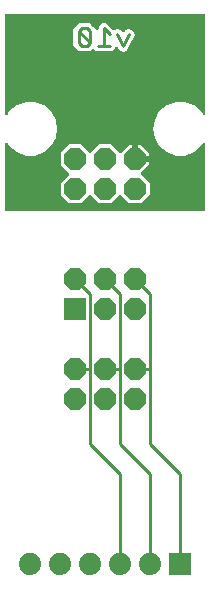
<source format=gbr>
G04 EAGLE Gerber RS-274X export*
G75*
%MOMM*%
%FSLAX34Y34*%
%LPD*%
%INBottom Copper*%
%IPPOS*%
%AMOC8*
5,1,8,0,0,1.08239X$1,22.5*%
G01*
%ADD10C,0.279400*%
%ADD11P,1.979475X8X22.500000*%
%ADD12R,1.879600X1.879600*%
%ADD13P,2.034460X8X22.500000*%
%ADD14C,1.879600*%
%ADD15C,0.254000*%
%ADD16C,1.016000*%

G36*
X172584Y336820D02*
X172584Y336820D01*
X172703Y336827D01*
X172741Y336840D01*
X172782Y336845D01*
X172892Y336888D01*
X173005Y336925D01*
X173040Y336947D01*
X173077Y336962D01*
X173173Y337031D01*
X173274Y337095D01*
X173302Y337125D01*
X173335Y337148D01*
X173411Y337240D01*
X173492Y337327D01*
X173512Y337362D01*
X173537Y337393D01*
X173588Y337501D01*
X173646Y337605D01*
X173656Y337645D01*
X173673Y337681D01*
X173695Y337798D01*
X173725Y337913D01*
X173729Y337973D01*
X173733Y337993D01*
X173731Y338014D01*
X173735Y338074D01*
X173735Y393403D01*
X173717Y393548D01*
X173702Y393693D01*
X173697Y393706D01*
X173695Y393719D01*
X173642Y393854D01*
X173591Y393991D01*
X173583Y394002D01*
X173578Y394015D01*
X173493Y394132D01*
X173410Y394252D01*
X173399Y394261D01*
X173392Y394272D01*
X173280Y394365D01*
X173169Y394460D01*
X173157Y394466D01*
X173147Y394475D01*
X173015Y394537D01*
X172884Y394602D01*
X172871Y394605D01*
X172859Y394610D01*
X172717Y394638D01*
X172573Y394668D01*
X172560Y394668D01*
X172547Y394670D01*
X172402Y394661D01*
X172256Y394655D01*
X172242Y394651D01*
X172229Y394650D01*
X172091Y394606D01*
X171951Y394563D01*
X171939Y394556D01*
X171927Y394552D01*
X171804Y394475D01*
X171679Y394399D01*
X171669Y394389D01*
X171658Y394382D01*
X171558Y394276D01*
X171456Y394172D01*
X171446Y394157D01*
X171440Y394151D01*
X171432Y394136D01*
X171367Y394038D01*
X169985Y391645D01*
X163878Y386520D01*
X156386Y383793D01*
X148414Y383793D01*
X140922Y386520D01*
X134815Y391645D01*
X130829Y398549D01*
X129445Y406400D01*
X130829Y414251D01*
X134815Y421155D01*
X140922Y426280D01*
X148414Y429007D01*
X156386Y429007D01*
X163878Y426280D01*
X169985Y421156D01*
X171367Y418762D01*
X171455Y418646D01*
X171540Y418528D01*
X171551Y418519D01*
X171559Y418509D01*
X171673Y418418D01*
X171785Y418325D01*
X171798Y418319D01*
X171808Y418311D01*
X171942Y418251D01*
X172073Y418190D01*
X172086Y418187D01*
X172099Y418182D01*
X172243Y418157D01*
X172386Y418130D01*
X172399Y418131D01*
X172412Y418128D01*
X172558Y418141D01*
X172703Y418150D01*
X172716Y418154D01*
X172729Y418155D01*
X172867Y418203D01*
X173005Y418248D01*
X173017Y418255D01*
X173030Y418259D01*
X173151Y418340D01*
X173274Y418418D01*
X173283Y418428D01*
X173295Y418435D01*
X173392Y418543D01*
X173492Y418649D01*
X173499Y418661D01*
X173508Y418671D01*
X173575Y418801D01*
X173646Y418928D01*
X173649Y418941D01*
X173655Y418953D01*
X173689Y419095D01*
X173725Y419236D01*
X173726Y419254D01*
X173728Y419263D01*
X173728Y419280D01*
X173735Y419397D01*
X173735Y502666D01*
X173720Y502784D01*
X173713Y502903D01*
X173700Y502941D01*
X173695Y502982D01*
X173652Y503092D01*
X173615Y503205D01*
X173593Y503240D01*
X173578Y503277D01*
X173509Y503373D01*
X173445Y503474D01*
X173415Y503502D01*
X173392Y503535D01*
X173300Y503611D01*
X173213Y503692D01*
X173178Y503712D01*
X173147Y503737D01*
X173039Y503788D01*
X172935Y503846D01*
X172895Y503856D01*
X172859Y503873D01*
X172742Y503895D01*
X172627Y503925D01*
X172567Y503929D01*
X172547Y503933D01*
X172526Y503931D01*
X172466Y503935D01*
X5334Y503935D01*
X5216Y503920D01*
X5097Y503913D01*
X5059Y503900D01*
X5018Y503895D01*
X4908Y503852D01*
X4795Y503815D01*
X4760Y503793D01*
X4723Y503778D01*
X4627Y503709D01*
X4526Y503645D01*
X4498Y503615D01*
X4465Y503592D01*
X4389Y503500D01*
X4308Y503413D01*
X4288Y503378D01*
X4263Y503347D01*
X4212Y503239D01*
X4154Y503135D01*
X4144Y503095D01*
X4127Y503059D01*
X4105Y502942D01*
X4075Y502827D01*
X4071Y502767D01*
X4067Y502747D01*
X4069Y502726D01*
X4065Y502666D01*
X4065Y419397D01*
X4083Y419252D01*
X4098Y419107D01*
X4103Y419094D01*
X4105Y419081D01*
X4158Y418946D01*
X4209Y418809D01*
X4217Y418798D01*
X4222Y418785D01*
X4307Y418668D01*
X4390Y418548D01*
X4401Y418539D01*
X4408Y418528D01*
X4521Y418435D01*
X4631Y418340D01*
X4643Y418334D01*
X4653Y418325D01*
X4785Y418263D01*
X4916Y418198D01*
X4929Y418195D01*
X4941Y418190D01*
X5083Y418162D01*
X5227Y418132D01*
X5240Y418132D01*
X5253Y418130D01*
X5398Y418139D01*
X5544Y418145D01*
X5558Y418149D01*
X5571Y418150D01*
X5709Y418194D01*
X5849Y418237D01*
X5861Y418244D01*
X5873Y418248D01*
X5996Y418325D01*
X6121Y418401D01*
X6131Y418411D01*
X6142Y418418D01*
X6242Y418524D01*
X6344Y418628D01*
X6354Y418643D01*
X6360Y418649D01*
X6368Y418664D01*
X6433Y418762D01*
X7815Y421155D01*
X13922Y426280D01*
X21414Y429007D01*
X29386Y429007D01*
X36878Y426280D01*
X42985Y421156D01*
X46971Y414251D01*
X48355Y406400D01*
X46971Y398549D01*
X42985Y391645D01*
X36878Y386520D01*
X29386Y383793D01*
X21414Y383793D01*
X13922Y386520D01*
X7815Y391644D01*
X6433Y394038D01*
X6345Y394154D01*
X6260Y394272D01*
X6249Y394281D01*
X6241Y394291D01*
X6127Y394381D01*
X6015Y394475D01*
X6002Y394481D01*
X5992Y394489D01*
X5858Y394549D01*
X5727Y394610D01*
X5714Y394613D01*
X5701Y394618D01*
X5557Y394643D01*
X5414Y394670D01*
X5401Y394669D01*
X5388Y394672D01*
X5242Y394659D01*
X5097Y394650D01*
X5084Y394646D01*
X5071Y394645D01*
X4933Y394597D01*
X4795Y394552D01*
X4783Y394545D01*
X4770Y394541D01*
X4649Y394460D01*
X4526Y394382D01*
X4517Y394372D01*
X4505Y394365D01*
X4408Y394257D01*
X4308Y394151D01*
X4301Y394139D01*
X4292Y394129D01*
X4225Y393999D01*
X4154Y393872D01*
X4151Y393859D01*
X4145Y393847D01*
X4111Y393705D01*
X4075Y393564D01*
X4074Y393546D01*
X4072Y393537D01*
X4072Y393520D01*
X4065Y393403D01*
X4065Y338074D01*
X4080Y337956D01*
X4087Y337837D01*
X4100Y337799D01*
X4105Y337758D01*
X4148Y337648D01*
X4185Y337535D01*
X4207Y337500D01*
X4222Y337463D01*
X4291Y337367D01*
X4355Y337266D01*
X4385Y337238D01*
X4408Y337205D01*
X4500Y337129D01*
X4587Y337048D01*
X4622Y337028D01*
X4653Y337003D01*
X4761Y336952D01*
X4865Y336894D01*
X4905Y336884D01*
X4941Y336867D01*
X5058Y336845D01*
X5173Y336815D01*
X5233Y336811D01*
X5253Y336807D01*
X5274Y336809D01*
X5334Y336805D01*
X172466Y336805D01*
X172584Y336820D01*
G37*
%LPC*%
G36*
X58450Y343407D02*
X58450Y343407D01*
X51307Y350550D01*
X51307Y360650D01*
X58059Y367403D01*
X58132Y367497D01*
X58211Y367586D01*
X58229Y367622D01*
X58254Y367654D01*
X58302Y367763D01*
X58356Y367869D01*
X58365Y367908D01*
X58381Y367946D01*
X58399Y368063D01*
X58425Y368179D01*
X58424Y368220D01*
X58431Y368260D01*
X58419Y368378D01*
X58416Y368497D01*
X58405Y368536D01*
X58401Y368576D01*
X58360Y368689D01*
X58327Y368803D01*
X58307Y368838D01*
X58293Y368876D01*
X58226Y368974D01*
X58166Y369077D01*
X58126Y369122D01*
X58115Y369139D01*
X58099Y369152D01*
X58059Y369198D01*
X51307Y375950D01*
X51307Y386050D01*
X58450Y393193D01*
X68550Y393193D01*
X75303Y386441D01*
X75397Y386368D01*
X75486Y386289D01*
X75522Y386271D01*
X75554Y386246D01*
X75663Y386198D01*
X75769Y386144D01*
X75808Y386135D01*
X75846Y386119D01*
X75963Y386101D01*
X76079Y386075D01*
X76120Y386076D01*
X76160Y386069D01*
X76278Y386081D01*
X76397Y386084D01*
X76436Y386096D01*
X76476Y386099D01*
X76589Y386140D01*
X76703Y386173D01*
X76738Y386193D01*
X76776Y386207D01*
X76874Y386274D01*
X76977Y386334D01*
X77022Y386374D01*
X77039Y386385D01*
X77052Y386401D01*
X77098Y386441D01*
X83850Y393193D01*
X93950Y393193D01*
X101062Y386081D01*
X101156Y386008D01*
X101245Y385930D01*
X101281Y385911D01*
X101313Y385886D01*
X101422Y385839D01*
X101528Y385785D01*
X101568Y385776D01*
X101605Y385760D01*
X101723Y385741D01*
X101839Y385715D01*
X101879Y385717D01*
X101919Y385710D01*
X102038Y385721D01*
X102156Y385725D01*
X102195Y385736D01*
X102236Y385740D01*
X102348Y385780D01*
X102462Y385813D01*
X102497Y385834D01*
X102535Y385848D01*
X102634Y385915D01*
X102736Y385975D01*
X102781Y386015D01*
X102798Y386026D01*
X102811Y386042D01*
X102857Y386081D01*
X109460Y392685D01*
X111761Y392685D01*
X111761Y382270D01*
X111776Y382152D01*
X111783Y382033D01*
X111796Y381995D01*
X111801Y381955D01*
X111844Y381844D01*
X111881Y381731D01*
X111903Y381697D01*
X111918Y381659D01*
X111988Y381563D01*
X112051Y381462D01*
X112081Y381434D01*
X112104Y381402D01*
X112196Y381326D01*
X112283Y381244D01*
X112318Y381225D01*
X112349Y381199D01*
X112457Y381148D01*
X112561Y381091D01*
X112601Y381080D01*
X112637Y381063D01*
X112754Y381041D01*
X112869Y381011D01*
X112930Y381007D01*
X112950Y381003D01*
X112970Y381005D01*
X113030Y381001D01*
X114301Y381001D01*
X114301Y379730D01*
X114316Y379612D01*
X114323Y379493D01*
X114336Y379455D01*
X114341Y379414D01*
X114385Y379304D01*
X114421Y379191D01*
X114443Y379156D01*
X114458Y379119D01*
X114528Y379023D01*
X114591Y378922D01*
X114621Y378894D01*
X114645Y378861D01*
X114736Y378786D01*
X114823Y378704D01*
X114858Y378684D01*
X114890Y378659D01*
X114997Y378608D01*
X115102Y378550D01*
X115141Y378540D01*
X115177Y378523D01*
X115294Y378501D01*
X115409Y378471D01*
X115470Y378467D01*
X115490Y378463D01*
X115510Y378465D01*
X115570Y378461D01*
X125985Y378461D01*
X125985Y376160D01*
X119381Y369557D01*
X119308Y369463D01*
X119230Y369373D01*
X119211Y369337D01*
X119186Y369305D01*
X119139Y369196D01*
X119085Y369090D01*
X119076Y369051D01*
X119060Y369014D01*
X119041Y368896D01*
X119015Y368780D01*
X119017Y368740D01*
X119010Y368700D01*
X119021Y368581D01*
X119025Y368462D01*
X119036Y368423D01*
X119040Y368383D01*
X119080Y368271D01*
X119113Y368157D01*
X119134Y368122D01*
X119148Y368084D01*
X119215Y367985D01*
X119275Y367883D01*
X119315Y367837D01*
X119326Y367820D01*
X119342Y367807D01*
X119381Y367762D01*
X126493Y360650D01*
X126493Y350550D01*
X119350Y343407D01*
X109250Y343407D01*
X102497Y350159D01*
X102403Y350232D01*
X102314Y350311D01*
X102278Y350329D01*
X102246Y350354D01*
X102137Y350402D01*
X102031Y350456D01*
X101992Y350465D01*
X101954Y350481D01*
X101837Y350499D01*
X101721Y350525D01*
X101680Y350524D01*
X101640Y350531D01*
X101522Y350519D01*
X101403Y350516D01*
X101364Y350504D01*
X101324Y350501D01*
X101211Y350460D01*
X101097Y350427D01*
X101062Y350407D01*
X101024Y350393D01*
X100926Y350326D01*
X100823Y350266D01*
X100778Y350226D01*
X100761Y350215D01*
X100748Y350199D01*
X100702Y350159D01*
X93950Y343407D01*
X83850Y343407D01*
X77097Y350159D01*
X77003Y350232D01*
X76914Y350311D01*
X76878Y350329D01*
X76846Y350354D01*
X76737Y350402D01*
X76631Y350456D01*
X76592Y350465D01*
X76554Y350481D01*
X76437Y350499D01*
X76321Y350525D01*
X76280Y350524D01*
X76240Y350531D01*
X76122Y350519D01*
X76003Y350516D01*
X75964Y350504D01*
X75924Y350501D01*
X75811Y350460D01*
X75697Y350427D01*
X75662Y350407D01*
X75624Y350393D01*
X75526Y350326D01*
X75423Y350266D01*
X75378Y350226D01*
X75361Y350215D01*
X75348Y350199D01*
X75302Y350159D01*
X68550Y343407D01*
X58450Y343407D01*
G37*
%LPD*%
%LPC*%
G36*
X104329Y471590D02*
X104329Y471590D01*
X104183Y471619D01*
X104174Y471618D01*
X104165Y471620D01*
X104015Y471610D01*
X103865Y471601D01*
X103857Y471599D01*
X103848Y471598D01*
X103758Y471574D01*
X102469Y472219D01*
X102460Y472222D01*
X102451Y472227D01*
X102302Y472288D01*
X100930Y472745D01*
X100876Y472824D01*
X100792Y472949D01*
X100785Y472955D01*
X100780Y472963D01*
X100668Y473061D01*
X100555Y473161D01*
X100547Y473166D01*
X100540Y473172D01*
X100460Y473218D01*
X100004Y474586D01*
X100000Y474594D01*
X99998Y474604D01*
X99935Y474752D01*
X99572Y475480D01*
X99558Y475500D01*
X99549Y475523D01*
X99470Y475632D01*
X99395Y475744D01*
X99377Y475760D01*
X99362Y475780D01*
X99258Y475866D01*
X99158Y475956D01*
X99136Y475967D01*
X99117Y475983D01*
X98995Y476041D01*
X98876Y476103D01*
X98852Y476108D01*
X98829Y476119D01*
X98697Y476144D01*
X98566Y476175D01*
X98541Y476174D01*
X98517Y476179D01*
X98383Y476170D01*
X98248Y476167D01*
X98224Y476160D01*
X98200Y476159D01*
X98071Y476117D01*
X97942Y476081D01*
X97921Y476068D01*
X97897Y476061D01*
X97783Y475989D01*
X97667Y475921D01*
X97649Y475904D01*
X97628Y475891D01*
X97536Y475793D01*
X97440Y475698D01*
X97427Y475677D01*
X97410Y475659D01*
X97346Y475541D01*
X97276Y475426D01*
X97269Y475402D01*
X97257Y475381D01*
X97223Y475250D01*
X97185Y475121D01*
X97184Y475097D01*
X97177Y475073D01*
X97167Y474912D01*
X97167Y474536D01*
X94563Y471931D01*
X80881Y471931D01*
X79184Y473628D01*
X79089Y473701D01*
X79000Y473780D01*
X78964Y473798D01*
X78932Y473823D01*
X78823Y473871D01*
X78717Y473925D01*
X78678Y473934D01*
X78641Y473950D01*
X78523Y473968D01*
X78407Y473994D01*
X78366Y473993D01*
X78326Y474000D01*
X78208Y473988D01*
X78089Y473985D01*
X78050Y473973D01*
X78010Y473970D01*
X77898Y473929D01*
X77783Y473896D01*
X77749Y473876D01*
X77711Y473862D01*
X77612Y473795D01*
X77510Y473735D01*
X77464Y473695D01*
X77447Y473684D01*
X77434Y473668D01*
X77389Y473628D01*
X75692Y471931D01*
X67009Y471931D01*
X61905Y477035D01*
X61905Y490717D01*
X63624Y492436D01*
X64033Y492846D01*
X65403Y494216D01*
X67009Y495822D01*
X75692Y495822D01*
X77240Y494273D01*
X77241Y494272D01*
X78667Y492846D01*
X78668Y492846D01*
X79246Y492267D01*
X81109Y490404D01*
X81219Y490318D01*
X81326Y490230D01*
X81345Y490221D01*
X81361Y490209D01*
X81489Y490153D01*
X81614Y490094D01*
X81634Y490091D01*
X81652Y490082D01*
X81790Y490061D01*
X81926Y490035D01*
X81946Y490036D01*
X81967Y490033D01*
X82106Y490046D01*
X82244Y490054D01*
X82263Y490060D01*
X82283Y490062D01*
X82414Y490110D01*
X82546Y490152D01*
X82563Y490163D01*
X82582Y490170D01*
X82698Y490248D01*
X82815Y490322D01*
X82829Y490337D01*
X82846Y490349D01*
X82937Y490453D01*
X83033Y490554D01*
X83043Y490572D01*
X83056Y490587D01*
X83119Y490711D01*
X83186Y490833D01*
X83191Y490852D01*
X83201Y490870D01*
X83231Y491006D01*
X83266Y491141D01*
X83268Y491169D01*
X83270Y491181D01*
X83270Y491201D01*
X83276Y491301D01*
X83276Y493217D01*
X84554Y494495D01*
X85880Y495822D01*
X89563Y495822D01*
X91934Y493451D01*
X92539Y492846D01*
X95076Y490308D01*
X95135Y490263D01*
X95188Y490210D01*
X95260Y490166D01*
X95328Y490113D01*
X95396Y490084D01*
X95460Y490045D01*
X95541Y490021D01*
X95620Y489987D01*
X95693Y489975D01*
X95765Y489954D01*
X95849Y489951D01*
X95934Y489937D01*
X96008Y489944D01*
X96082Y489941D01*
X96166Y489959D01*
X96250Y489967D01*
X96321Y489992D01*
X96393Y490008D01*
X96542Y490071D01*
X98753Y491176D01*
X102247Y490011D01*
X102958Y488588D01*
X102986Y488547D01*
X103006Y488502D01*
X103074Y488416D01*
X103135Y488324D01*
X103172Y488291D01*
X103202Y488252D01*
X103290Y488185D01*
X103372Y488112D01*
X103416Y488089D01*
X103455Y488059D01*
X103556Y488016D01*
X103654Y487965D01*
X103702Y487954D01*
X103748Y487935D01*
X103857Y487918D01*
X103964Y487893D01*
X104013Y487895D01*
X104062Y487887D01*
X104172Y487898D01*
X104282Y487901D01*
X104329Y487914D01*
X104379Y487919D01*
X104482Y487957D01*
X104588Y487987D01*
X104631Y488012D01*
X104677Y488029D01*
X104768Y488092D01*
X104863Y488147D01*
X104898Y488181D01*
X104939Y488209D01*
X105011Y488292D01*
X105090Y488370D01*
X105115Y488412D01*
X105148Y488449D01*
X105229Y488588D01*
X105940Y490011D01*
X109434Y491176D01*
X112728Y489529D01*
X113893Y486035D01*
X108251Y474752D01*
X108248Y474743D01*
X108243Y474735D01*
X108183Y474586D01*
X107725Y473214D01*
X107646Y473159D01*
X107521Y473076D01*
X107515Y473069D01*
X107508Y473064D01*
X107410Y472951D01*
X107309Y472839D01*
X107305Y472831D01*
X107299Y472824D01*
X107252Y472744D01*
X105885Y472288D01*
X105876Y472284D01*
X105867Y472282D01*
X105718Y472219D01*
X104425Y471572D01*
X104329Y471590D01*
G37*
%LPD*%
%LPC*%
G36*
X116839Y383539D02*
X116839Y383539D01*
X116839Y392685D01*
X119140Y392685D01*
X125985Y385840D01*
X125985Y383539D01*
X116839Y383539D01*
G37*
%LPD*%
D10*
X109093Y486376D02*
X104093Y476377D01*
X99094Y486376D01*
X92721Y486376D02*
X87722Y491376D01*
X87722Y476377D01*
X92721Y476377D02*
X82722Y476377D01*
X76350Y478877D02*
X76350Y488876D01*
X73850Y491376D01*
X68850Y491376D01*
X66351Y488876D01*
X66351Y478877D01*
X68850Y476377D01*
X73850Y476377D01*
X76350Y478877D01*
X66351Y488876D01*
D11*
X63500Y177800D03*
X88900Y177800D03*
X114300Y177800D03*
X114300Y203200D03*
X88900Y203200D03*
X63500Y203200D03*
D12*
X63500Y254000D03*
D13*
X63500Y279400D03*
X88900Y254000D03*
X88900Y279400D03*
X114300Y254000D03*
X114300Y279400D03*
D11*
X63500Y355600D03*
X88900Y355600D03*
X114300Y355600D03*
X114300Y381000D03*
X88900Y381000D03*
X63500Y381000D03*
D12*
X152400Y38100D03*
D14*
X127000Y38100D03*
X101600Y38100D03*
X76200Y38100D03*
X50800Y38100D03*
X25400Y38100D03*
D15*
X76200Y266700D02*
X63500Y279400D01*
X76200Y266700D02*
X76200Y203200D01*
X76200Y139700D01*
X101600Y114300D01*
X101600Y38100D01*
X76200Y203200D02*
X63500Y203200D01*
X101600Y266700D02*
X88900Y279400D01*
X101600Y266700D02*
X101600Y203200D01*
X101600Y139700D01*
X127000Y114300D01*
X127000Y38100D01*
X101600Y203200D02*
X88900Y203200D01*
X127000Y266700D02*
X114300Y279400D01*
X127000Y266700D02*
X127000Y203200D01*
X127000Y139700D01*
X152400Y114300D01*
X152400Y38100D01*
X127000Y203200D02*
X114300Y203200D01*
D16*
X63500Y431800D03*
M02*

</source>
